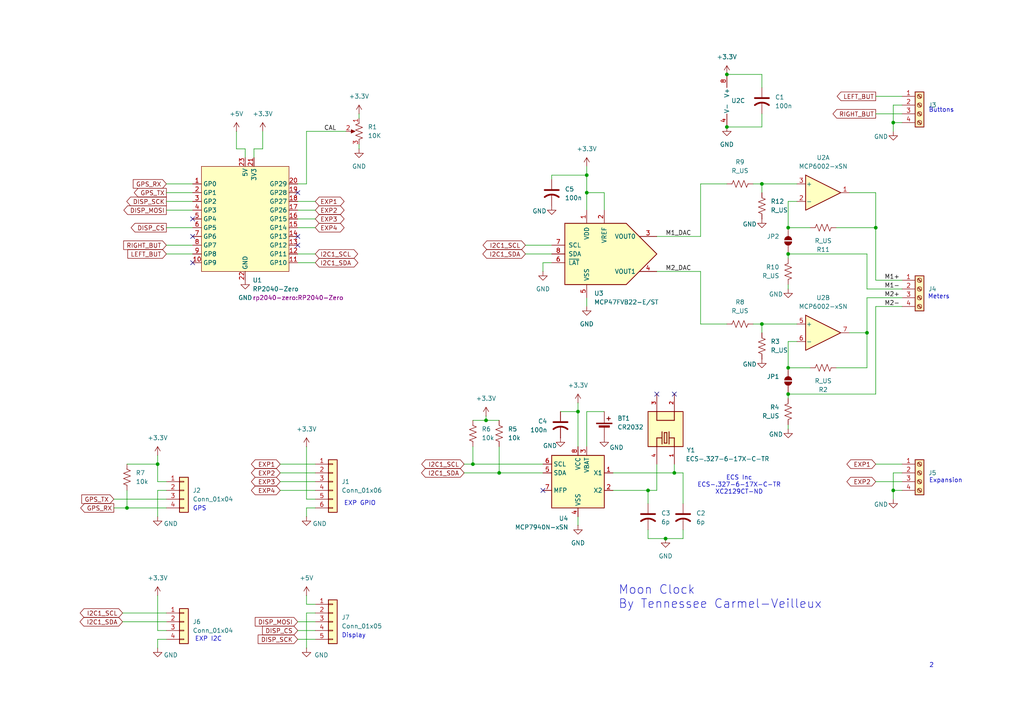
<source format=kicad_sch>
(kicad_sch (version 20250114) (generator "eeschema") (generator_version "9.0")
  (paper "A4")
  (lib_symbols
    (symbol "Amplifier_Operational:MCP6002-xSN" (pin_names (offset 0.127))
      (property "Reference" "U" (at 0 5.08 0))
      (property "Value" "MCP6002-xSN" (at 0 -5.08 0))
      (symbol "MCP6002-xSN_1_1"
        (polyline (pts (xy -5.08 5.08) (xy 5.08 0) (xy -5.08 -5.08) (xy -5.08 5.08)) (stroke (width 0.254)) (fill (type background)))
        (pin input line (at -7.62 2.54 0) (length 2.54) (name "+") (number "3"))
        (pin input line (at -7.62 -2.54 0) (length 2.54) (name "-") (number "2"))
        (pin output line (at 7.62 0 180) (length 2.54) (name "~") (number "1"))
      )
      (symbol "MCP6002-xSN_2_1"
        (polyline (pts (xy -5.08 5.08) (xy 5.08 0) (xy -5.08 -5.08) (xy -5.08 5.08)) (stroke (width 0.254)) (fill (type background)))
        (pin input line (at -7.62 2.54 0) (length 2.54) (name "+") (number "5"))
        (pin input line (at -7.62 -2.54 0) (length 2.54) (name "-") (number "6"))
        (pin output line (at 7.62 0 180) (length 2.54) (name "~") (number "7"))
      )
      (symbol "MCP6002-xSN_3_1"
        (pin power_in line (at -2.54 7.62 270) (length 3.81) (name "V+") (number "8"))
        (pin power_in line (at -2.54 -7.62 90) (length 3.81) (name "V-") (number "4"))
      )
    )
    (symbol "Connector:Screw_Terminal_01x04" (pin_names (offset 1.016) (hide yes))
      (property "Reference" "J" (at 0 5.08 0))
      (property "Value" "Screw_Terminal_01x04" (at 0 -7.62 0))
      (symbol "Screw_Terminal_01x04_1_1"
        (rectangle (start -1.27 3.81) (end 1.27 -6.35) (stroke (width 0.254)) (fill (type background)))
        (polyline (pts (xy -0.5334 2.8702) (xy 0.3302 2.032)) (stroke (width 0.1524)))
        (polyline (pts (xy -0.5334 0.3302) (xy 0.3302 -0.508)) (stroke (width 0.1524)))
        (polyline (pts (xy -0.5334 -2.2098) (xy 0.3302 -3.048)) (stroke (width 0.1524)))
        (polyline (pts (xy -0.5334 -4.7498) (xy 0.3302 -5.588)) (stroke (width 0.1524)))
        (polyline (pts (xy -0.3556 3.048) (xy 0.508 2.2098)) (stroke (width 0.1524)))
        (polyline (pts (xy -0.3556 0.508) (xy 0.508 -0.3302)) (stroke (width 0.1524)))
        (polyline (pts (xy -0.3556 -2.032) (xy 0.508 -2.8702)) (stroke (width 0.1524)))
        (polyline (pts (xy -0.3556 -4.572) (xy 0.508 -5.4102)) (stroke (width 0.1524)))
        (circle (center 0 2.54) (radius 0.635) (stroke (width 0.1524)))
        (circle (center 0 0) (radius 0.635) (stroke (width 0.1524)))
        (circle (center 0 -2.54) (radius 0.635) (stroke (width 0.1524)))
        (circle (center 0 -5.08) (radius 0.635) (stroke (width 0.1524)))
        (pin passive line (at -5.08 2.54 0) (length 3.81) (name "Pin_1") (number "1"))
        (pin passive line (at -5.08 0 0) (length 3.81) (name "Pin_2") (number "2"))
        (pin passive line (at -5.08 -2.54 0) (length 3.81) (name "Pin_3") (number "3"))
        (pin passive line (at -5.08 -5.08 0) (length 3.81) (name "Pin_4") (number "4"))
      )
    )
    (symbol "Connector_Generic:Conn_01x04" (pin_names (offset 1.016) (hide yes))
      (property "Reference" "J" (at 0 5.08 0))
      (property "Value" "Conn_01x04" (at 0 -7.62 0))
      (symbol "Conn_01x04_1_1"
        (rectangle (start -1.27 3.81) (end 1.27 -6.35) (stroke (width 0.254)) (fill (type background)))
        (rectangle (start -1.27 2.667) (end 0 2.413) (stroke (width 0.1524)))
        (rectangle (start -1.27 0.127) (end 0 -0.127) (stroke (width 0.1524)))
        (rectangle (start -1.27 -2.413) (end 0 -2.667) (stroke (width 0.1524)))
        (rectangle (start -1.27 -4.953) (end 0 -5.207) (stroke (width 0.1524)))
        (pin passive line (at -5.08 2.54 0) (length 3.81) (name "Pin_1") (number "1"))
        (pin passive line (at -5.08 0 0) (length 3.81) (name "Pin_2") (number "2"))
        (pin passive line (at -5.08 -2.54 0) (length 3.81) (name "Pin_3") (number "3"))
        (pin passive line (at -5.08 -5.08 0) (length 3.81) (name "Pin_4") (number "4"))
      )
    )
    (symbol "Connector_Generic:Conn_01x05" (pin_names (offset 1.016) (hide yes))
      (property "Reference" "J" (at 0 7.62 0))
      (property "Value" "Conn_01x05" (at 0 -7.62 0))
      (symbol "Conn_01x05_1_1"
        (rectangle (start -1.27 6.35) (end 1.27 -6.35) (stroke (width 0.254)) (fill (type background)))
        (rectangle (start -1.27 5.207) (end 0 4.953) (stroke (width 0.1524)))
        (rectangle (start -1.27 2.667) (end 0 2.413) (stroke (width 0.1524)))
        (rectangle (start -1.27 0.127) (end 0 -0.127) (stroke (width 0.1524)))
        (rectangle (start -1.27 -2.413) (end 0 -2.667) (stroke (width 0.1524)))
        (rectangle (start -1.27 -4.953) (end 0 -5.207) (stroke (width 0.1524)))
        (pin passive line (at -5.08 5.08 0) (length 3.81) (name "Pin_1") (number "1"))
        (pin passive line (at -5.08 2.54 0) (length 3.81) (name "Pin_2") (number "2"))
        (pin passive line (at -5.08 0 0) (length 3.81) (name "Pin_3") (number "3"))
        (pin passive line (at -5.08 -2.54 0) (length 3.81) (name "Pin_4") (number "4"))
        (pin passive line (at -5.08 -5.08 0) (length 3.81) (name "Pin_5") (number "5"))
      )
    )
    (symbol "Connector_Generic:Conn_01x06" (pin_names (offset 1.016) (hide yes))
      (property "Reference" "J" (at 0 7.62 0))
      (property "Value" "Conn_01x06" (at 0 -10.16 0))
      (symbol "Conn_01x06_1_1"
        (rectangle (start -1.27 6.35) (end 1.27 -8.89) (stroke (width 0.254)) (fill (type background)))
        (rectangle (start -1.27 5.207) (end 0 4.953) (stroke (width 0.1524)))
        (rectangle (start -1.27 2.667) (end 0 2.413) (stroke (width 0.1524)))
        (rectangle (start -1.27 0.127) (end 0 -0.127) (stroke (width 0.1524)))
        (rectangle (start -1.27 -2.413) (end 0 -2.667) (stroke (width 0.1524)))
        (rectangle (start -1.27 -4.953) (end 0 -5.207) (stroke (width 0.1524)))
        (rectangle (start -1.27 -7.493) (end 0 -7.747) (stroke (width 0.1524)))
        (pin passive line (at -5.08 5.08 0) (length 3.81) (name "Pin_1") (number "1"))
        (pin passive line (at -5.08 2.54 0) (length 3.81) (name "Pin_2") (number "2"))
        (pin passive line (at -5.08 0 0) (length 3.81) (name "Pin_3") (number "3"))
        (pin passive line (at -5.08 -2.54 0) (length 3.81) (name "Pin_4") (number "4"))
        (pin passive line (at -5.08 -5.08 0) (length 3.81) (name "Pin_5") (number "5"))
        (pin passive line (at -5.08 -7.62 0) (length 3.81) (name "Pin_6") (number "6"))
      )
    )
    (symbol "Device:Battery_Cell" (pin_numbers (hide yes)) (pin_names (offset 0) (hide yes))
      (property "Reference" "BT" (at 2.54 2.54 0))
      (property "Value" "Battery_Cell" (at 2.54 0 0))
      (symbol "Battery_Cell_0_1"
        (rectangle (start -2.286 1.778) (end 2.286 1.524) (fill (type outline)))
        (rectangle (start -1.524 1.016) (end 1.524 0.508) (fill (type outline)))
        (polyline (pts (xy 0 1.778) (xy 0 2.54)))
        (polyline (pts (xy 0 0.762) (xy 0 0)))
        (polyline (pts (xy 0.762 3.048) (xy 1.778 3.048)) (stroke (width 0.254)))
        (polyline (pts (xy 1.27 3.556) (xy 1.27 2.54)) (stroke (width 0.254)))
      )
      (symbol "Battery_Cell_1_1"
        (pin passive line (at 0 5.08 270) (length 2.54) (name "+") (number "1"))
        (pin passive line (at 0 -2.54 90) (length 2.54) (name "-") (number "2"))
      )
    )
    (symbol "Device:C_US" (pin_numbers (hide yes)) (pin_names (offset 0.254) (hide yes))
      (property "Reference" "C" (at 0.635 2.54 0))
      (property "Value" "C_US" (at 0.635 -2.54 0))
      (symbol "C_US_0_1"
        (polyline (pts (xy -2.032 0.762) (xy 2.032 0.762)) (stroke (width 0.508)))
        (arc (start -2.032 -1.27) (mid 0 -0.5572) (end 2.032 -1.27) (stroke (width 0.508)))
      )
      (symbol "C_US_1_1"
        (pin passive line (at 0 3.81 270) (length 2.794) (name "~") (number "1"))
        (pin passive line (at 0 -3.81 90) (length 3.302) (name "~") (number "2"))
      )
    )
    (symbol "Device:R_Potentiometer_US" (pin_names (offset 1.016) (hide yes))
      (property "Reference" "RV" (at -4.445 0 90))
      (property "Value" "R_Potentiometer_US" (at -2.54 0 90))
      (symbol "R_Potentiometer_US_0_1"
        (polyline (pts (xy 0 2.54) (xy 0 2.286)))
        (polyline (pts (xy 0 2.286) (xy 1.016 1.905) (xy 0 1.524) (xy -1.016 1.143) (xy 0 0.762)))
        (polyline (pts (xy 0 0.762) (xy 1.016 0.381) (xy 0 0) (xy -1.016 -0.381) (xy 0 -0.762)))
        (polyline (pts (xy 0 -0.762) (xy 1.016 -1.143) (xy 0 -1.524) (xy -1.016 -1.905) (xy 0 -2.286)))
        (polyline (pts (xy 0 -2.286) (xy 0 -2.54)))
        (polyline (pts (xy 1.143 0) (xy 2.286 0.508) (xy 2.286 -0.508) (xy 1.143 0)) (fill (type outline)))
        (polyline (pts (xy 2.54 0) (xy 1.524 0)))
      )
      (symbol "R_Potentiometer_US_1_1"
        (pin passive line (at 0 3.81 270) (length 1.27) (name "1") (number "1"))
        (pin passive line (at 0 -3.81 90) (length 1.27) (name "3") (number "3"))
        (pin passive line (at 3.81 0 180) (length 1.27) (name "2") (number "2"))
      )
    )
    (symbol "Device:R_US" (pin_numbers (hide yes)) (pin_names (offset 0))
      (property "Reference" "R" (at 2.54 0 90))
      (property "Value" "R_US" (at -2.54 0 90))
      (symbol "R_US_0_1"
        (polyline (pts (xy 0 2.286) (xy 0 2.54)))
        (polyline (pts (xy 0 2.286) (xy 1.016 1.905) (xy 0 1.524) (xy -1.016 1.143) (xy 0 0.762)))
        (polyline (pts (xy 0 0.762) (xy 1.016 0.381) (xy 0 0) (xy -1.016 -0.381) (xy 0 -0.762)))
        (polyline (pts (xy 0 -0.762) (xy 1.016 -1.143) (xy 0 -1.524) (xy -1.016 -1.905) (xy 0 -2.286)))
        (polyline (pts (xy 0 -2.286) (xy 0 -2.54)))
      )
      (symbol "R_US_1_1"
        (pin passive line (at 0 3.81 270) (length 1.27) (name "~") (number "1"))
        (pin passive line (at 0 -3.81 90) (length 1.27) (name "~") (number "2"))
      )
    )
    (symbol "ECS-XTAL-moonclock:ECS-.327-6-17X-C-TR" (pin_names (offset 1.016))
      (property "Reference" "Y" (at -5.0969 5.6066 0))
      (property "Value" "ECS-.327-6-17X-C-TR" (at -5.3446 -7.6351 0))
      (symbol "ECS-.327-6-17X-C-TR_0_0"
        (polyline (pts (xy -5.08 2.54) (xy -2.54 2.54)) (stroke (width 0.254)))
        (rectangle (start -5.08 -5.08) (end 5.08 5.08) (stroke (width 0.254)) (fill (type background)))
        (polyline (pts (xy -4.064 0.381) (xy -4.064 -0.381)) (stroke (width 0.254)))
        (polyline (pts (xy -4.064 -0.381) (xy -1.016 -0.381)) (stroke (width 0.254)))
        (polyline (pts (xy -2.54 2.54) (xy -2.54 1.016)) (stroke (width 0.254)))
        (polyline (pts (xy -2.54 -1.016) (xy -2.54 -2.54)) (stroke (width 0.254)))
        (polyline (pts (xy -2.54 -2.54) (xy -5.08 -2.54)) (stroke (width 0.254)))
        (polyline (pts (xy -1.016 0.381) (xy -4.064 0.381)) (stroke (width 0.254)))
        (polyline (pts (xy -1.016 -0.381) (xy -1.016 0.381)) (stroke (width 0.254)))
        (polyline (pts (xy -0.762 1.016) (xy -4.318 1.016)) (stroke (width 0.254)))
        (polyline (pts (xy -0.762 -1.016) (xy -4.318 -1.016)) (stroke (width 0.254)))
        (polyline (pts (xy 2.54 2.54) (xy 2.54 -2.54)) (stroke (width 0.254)))
        (polyline (pts (xy 2.54 2.54) (xy 5.08 2.54)) (stroke (width 0.254)))
        (polyline (pts (xy 2.54 -2.54) (xy 5.08 -2.54)) (stroke (width 0.254)))
        (pin passive line (at -10.16 2.54 0) (length 5.08) (name "~") (number "1"))
        (pin passive line (at -10.16 -2.54 0) (length 5.08) (name "~") (number "4"))
        (pin passive line (at 10.16 2.54 180) (length 5.08) (name "~") (number "2"))
        (pin passive line (at 10.16 -2.54 180) (length 5.08) (name "~") (number "3"))
      )
    )
    (symbol "Jumper:SolderJumper_2_Open" (pin_numbers (hide yes)) (pin_names (offset 0) (hide yes)) (in_bom no)
      (property "Reference" "JP" (at 0 2.032 0))
      (property "Value" "SolderJumper_2_Open" (at 0 -2.54 0))
      (symbol "SolderJumper_2_Open_0_1"
        (polyline (pts (xy -0.254 1.016) (xy -0.254 -1.016)))
        (arc (start -0.254 -1.016) (mid -1.2656 0) (end -0.254 1.016))
        (arc (start -0.254 -1.016) (mid -1.2656 0) (end -0.254 1.016) (fill (type outline)))
        (arc (start 0.254 1.016) (mid 1.2656 0) (end 0.254 -1.016))
        (arc (start 0.254 1.016) (mid 1.2656 0) (end 0.254 -1.016) (fill (type outline)))
        (polyline (pts (xy 0.254 1.016) (xy 0.254 -1.016)))
      )
      (symbol "SolderJumper_2_Open_1_1"
        (pin passive line (at -3.81 0 0) (length 2.54) (name "A") (number "1"))
        (pin passive line (at 3.81 0 180) (length 2.54) (name "B") (number "2"))
      )
    )
    (symbol "MCP47FVB22:MCP47FVB22" (pin_names (offset 1.016))
      (property "Reference" "U2" (at 3.048 -10.668 0))
      (property "Value" "MCP47FVB22-E/ST" (at 11.176 -12.7 0))
      (symbol "MCP47FVB22_0_1"
        (polyline (pts (xy -11.43 8.89) (xy 6.35 8.89) (xy 15.24 0) (xy 6.35 -8.89) (xy -11.43 -8.89) (xy -11.43 8.89)) (stroke (width 0.254)) (fill (type background)))
      )
      (symbol "MCP47FVB22_1_1"
        (pin input line (at -15.24 2.54 0) (length 3.81) (name "SCL") (number "7"))
        (pin bidirectional line (at -15.24 0 0) (length 3.81) (name "SDA") (number "8"))
        (pin input line (at -15.24 -2.54 0) (length 3.81) (name "~{LAT}") (number "6"))
        (pin power_in line (at -5.08 12.7 270) (length 3.81) (name "VDD") (number "1"))
        (pin power_in line (at -5.08 -12.7 90) (length 3.81) (name "VSS") (number "5"))
        (pin passive line (at 0 12.7 270) (length 3.81) (name "VREF") (number "2"))
        (pin passive line (at 15.24 5.08 180) (length 5.08) (name "VOUT0") (number "3"))
        (pin passive line (at 15.24 -5.08 180) (length 5.08) (name "VOUT1") (number "4"))
      )
    )
    (symbol "Timer_RTC:MCP7940N-xSN"
      (property "Reference" "U" (at -6.35 8.89 0))
      (property "Value" "MCP7940N-xSN" (at 11.43 8.89 0))
      (symbol "MCP7940N-xSN_0_1"
        (rectangle (start -7.62 7.62) (end 7.62 -7.62) (stroke (width 0.254)) (fill (type background)))
      )
      (symbol "MCP7940N-xSN_1_1"
        (pin input line (at -10.16 5.08 0) (length 2.54) (name "SCL") (number "6"))
        (pin bidirectional line (at -10.16 2.54 0) (length 2.54) (name "SDA") (number "5"))
        (pin open_collector line (at -10.16 -2.54 0) (length 2.54) (name "MFP") (number "7"))
        (pin power_in line (at 0 10.16 270) (length 2.54) (name "VCC") (number "8"))
        (pin power_in line (at 0 -10.16 90) (length 2.54) (name "VSS") (number "4"))
        (pin power_in line (at 2.54 10.16 270) (length 2.54) (name "VBAT") (number "3"))
        (pin input line (at 10.16 2.54 180) (length 2.54) (name "X1") (number "1"))
        (pin output line (at 10.16 -2.54 180) (length 2.54) (name "X2") (number "2"))
      )
    )
    (symbol "power:+3.3V" (power) (pin_numbers (hide yes)) (pin_names (offset 0) (hide yes))
      (property "Value" "+3.3V" (at 0 3.556 0))
      (symbol "+3.3V_0_1"
        (polyline (pts (xy -0.762 1.27) (xy 0 2.54)))
        (polyline (pts (xy 0 2.54) (xy 0.762 1.27)))
        (polyline (pts (xy 0 0) (xy 0 2.54)))
      )
      (symbol "+3.3V_1_1"
        (pin power_in line (at 0 0 90) (length 0) (name "~") (number "1"))
      )
    )
    (symbol "power:+5V" (power) (pin_numbers (hide yes)) (pin_names (offset 0) (hide yes))
      (property "Value" "+5V" (at 0 3.556 0))
      (symbol "+5V_0_1"
        (polyline (pts (xy -0.762 1.27) (xy 0 2.54)))
        (polyline (pts (xy 0 2.54) (xy 0.762 1.27)))
        (polyline (pts (xy 0 0) (xy 0 2.54)))
      )
      (symbol "+5V_1_1"
        (pin power_in line (at 0 0 90) (length 0) (name "~") (number "1"))
      )
    )
    (symbol "power:GND" (power) (pin_numbers (hide yes)) (pin_names (offset 0) (hide yes))
      (property "Value" "GND" (at 0 -3.81 0))
      (symbol "GND_0_1"
        (polyline (pts (xy 0 0) (xy 0 -1.27) (xy 1.27 -1.27) (xy 0 -2.54) (xy -1.27 -1.27) (xy 0 -1.27)))
      )
      (symbol "GND_1_1"
        (pin power_in line (at 0 0 270) (length 0) (name "~") (number "1"))
      )
    )
    (symbol "rp2040-zero:RP2040-Zero"
      (property "Reference" "RZ" (at 0 0 0))
      (property "Value" "RP2040-Zero" (at 0 -2.54 0))
      (property "Footprint" "rp2040-zero:RP2040-Zero" (at 15.494 -17.526 0))
      (symbol "RP2040-Zero_0_1"
        (rectangle (start -12.7 15.24) (end 12.7 -15.24) (fill (type background)))
      )
      (symbol "RP2040-Zero_1_1"
        (pin tri_state line (at -15.24 10.16 0) (length 2.54) (name "GP0") (number "1"))
        (pin tri_state line (at -15.24 7.62 0) (length 2.54) (name "GP1") (number "2"))
        (pin tri_state line (at -15.24 5.08 0) (length 2.54) (name "GP2") (number "3"))
        (pin tri_state line (at -15.24 2.54 0) (length 2.54) (name "GP3") (number "4"))
        (pin tri_state line (at -15.24 0 0) (length 2.54) (name "GP4") (number "5"))
        (pin tri_state line (at -15.24 -2.54 0) (length 2.54) (name "GP5") (number "6"))
        (pin tri_state line (at -15.24 -5.08 0) (length 2.54) (name "GP6") (number "7"))
        (pin tri_state line (at -15.24 -7.62 0) (length 2.54) (name "GP7") (number "8"))
        (pin tri_state line (at -15.24 -10.16 0) (length 2.54) (name "GP8") (number "9"))
        (pin tri_state line (at -15.24 -12.7 0) (length 2.54) (name "GP9") (number "10"))
        (pin power_out line (at 0 17.78 270) (length 2.54) (name "5V") (number "23"))
        (pin power_out line (at 0 -17.78 90) (length 2.54) (name "GND") (number "22"))
        (pin power_out line (at 2.54 17.78 270) (length 2.54) (name "3V3") (number "21"))
        (pin tri_state line (at 15.24 10.16 180) (length 2.54) (name "GP29") (number "20"))
        (pin tri_state line (at 15.24 7.62 180) (length 2.54) (name "GP28") (number "19"))
        (pin tri_state line (at 15.24 5.08 180) (length 2.54) (name "GP27") (number "18"))
        (pin tri_state line (at 15.24 2.54 180) (length 2.54) (name "GP26") (number "17"))
        (pin tri_state line (at 15.24 0 180) (length 2.54) (name "GP15") (number "16"))
        (pin tri_state line (at 15.24 -2.54 180) (length 2.54) (name "GP14") (number "15"))
        (pin tri_state line (at 15.24 -5.08 180) (length 2.54) (name "GP13") (number "14"))
        (pin tri_state line (at 15.24 -7.62 180) (length 2.54) (name "GP12") (number "13"))
        (pin tri_state line (at 15.24 -10.16 180) (length 2.54) (name "GP11") (number "12"))
        (pin tri_state line (at 15.24 -12.7 180) (length 2.54) (name "GP10") (number "11"))
      )
    )
  )
  (text "Buttons" (at 273.05 32.004 0) (effects (font (size 1.27 1.27))))
  (text "Display" (at 102.616 184.404 0) (effects (font (size 1.27 1.27))))
  (text "2" (at 269.494 193.04 0) (effects (font (size 1.27 1.27)) (justify left)))
  (text "ECS Inc\nECS-.327-6-17X-C-TR\nXC2129CT-ND" (at 214.376 140.716 0) (effects (font (size 1.27 1.27))))
  (text "EXP GPIO" (at 104.394 146.05 0) (effects (font (size 1.27 1.27))))
  (text "Moon Clock\nBy Tennessee Carmel-Veilleux" (at 179.324 173.228 0) (effects (font (size 2.54 2.54)) (justify left)))
  (text "Expansion" (at 274.32 139.446 0) (effects (font (size 1.27 1.27))))
  (text "GPS" (at 57.912 147.574 0) (effects (font (size 1.27 1.27))))
  (text "Meters\n" (at 272.288 86.106 0) (effects (font (size 1.27 1.27))))
  (text "EXP I2C" (at 60.452 185.42 0) (effects (font (size 1.27 1.27))))
  (junction (at 36.83 147.32))
  (junction (at 167.64 119.38))
  (junction (at 144.78 137.16))
  (junction (at 140.97 121.92))
  (junction (at 254 66.04))
  (junction (at 170.18 55.88))
  (junction (at 228.6 106.68))
  (junction (at 228.6 114.3))
  (junction (at 259.08 142.24))
  (junction (at 210.82 21.59))
  (junction (at 45.72 134.62))
  (junction (at 195.58 137.16))
  (junction (at 251.46 96.52))
  (junction (at 259.08 35.56))
  (junction (at 228.6 66.04))
  (junction (at 170.18 50.8))
  (junction (at 193.04 156.21))
  (junction (at 137.16 134.62))
  (junction (at 228.6 73.66))
  (junction (at 220.98 53.34))
  (junction (at 187.96 142.24))
  (junction (at 220.98 93.98))
  (junction (at 210.82 36.83))
  (no_connect (at 55.88 63.5))
  (no_connect (at 195.58 114.3))
  (no_connect (at 55.88 76.2))
  (no_connect (at 86.36 68.58))
  (no_connect (at 157.48 142.24))
  (no_connect (at 190.5 114.3))
  (no_connect (at 86.36 71.12))
  (no_connect (at 86.36 55.88))
  (no_connect (at 55.88 68.58))
  (wire (pts (xy 220.98 53.34) (xy 231.14 53.34)))
  (wire (pts (xy 104.14 41.91) (xy 104.14 43.18)))
  (wire (pts (xy 48.26 60.96) (xy 55.88 60.96)))
  (wire (pts (xy 88.9 53.34) (xy 86.36 53.34)))
  (wire (pts (xy 45.72 142.24) (xy 45.72 149.86)))
  (wire (pts (xy 91.44 144.78) (xy 88.9 144.78)))
  (wire (pts (xy 91.44 147.32) (xy 88.9 147.32)))
  (wire (pts (xy 91.44 177.8) (xy 88.9 177.8)))
  (wire (pts (xy 187.96 156.21) (xy 193.04 156.21)))
  (wire (pts (xy 137.16 134.62) (xy 157.48 134.62)))
  (wire (pts (xy 259.08 142.24) (xy 259.08 137.16)))
  (wire (pts (xy 91.44 58.42) (xy 86.36 58.42)))
  (wire (pts (xy 254 33.02) (xy 261.62 33.02)))
  (wire (pts (xy 134.62 134.62) (xy 137.16 134.62)))
  (wire (pts (xy 242.57 66.04) (xy 254 66.04)))
  (wire (pts (xy 88.9 129.54) (xy 88.9 144.78)))
  (wire (pts (xy 48.26 73.66) (xy 55.88 73.66)))
  (wire (pts (xy 203.2 68.58) (xy 203.2 53.34)))
  (wire (pts (xy 81.28 139.7) (xy 91.44 139.7)))
  (wire (pts (xy 261.62 142.24) (xy 259.08 142.24)))
  (wire (pts (xy 220.98 21.59) (xy 220.98 25.4)))
  (wire (pts (xy 195.58 134.62) (xy 195.58 137.16)))
  (wire (pts (xy 195.58 137.16) (xy 198.12 137.16)))
  (wire (pts (xy 160.02 76.2) (xy 157.48 76.2)))
  (wire (pts (xy 33.02 144.78) (xy 48.26 144.78)))
  (wire (pts (xy 134.62 137.16) (xy 144.78 137.16)))
  (wire (pts (xy 259.08 137.16) (xy 261.62 137.16)))
  (wire (pts (xy 91.44 66.04) (xy 86.36 66.04)))
  (wire (pts (xy 48.26 147.32) (xy 36.83 147.32)))
  (wire (pts (xy 48.26 185.42) (xy 45.72 185.42)))
  (wire (pts (xy 218.44 93.98) (xy 220.98 93.98)))
  (wire (pts (xy 187.96 153.67) (xy 187.96 156.21)))
  (wire (pts (xy 261.62 35.56) (xy 259.08 35.56)))
  (wire (pts (xy 251.46 73.66) (xy 228.6 73.66)))
  (wire (pts (xy 81.28 134.62) (xy 91.44 134.62)))
  (wire (pts (xy 228.6 74.93) (xy 228.6 73.66)))
  (wire (pts (xy 170.18 119.38) (xy 170.18 129.54)))
  (wire (pts (xy 88.9 175.26) (xy 88.9 172.72)))
  (wire (pts (xy 254 139.7) (xy 261.62 139.7)))
  (wire (pts (xy 73.66 43.18) (xy 76.2 43.18)))
  (wire (pts (xy 259.08 35.56) (xy 259.08 38.1)))
  (wire (pts (xy 88.9 38.1) (xy 88.9 53.34)))
  (wire (pts (xy 48.26 142.24) (xy 45.72 142.24)))
  (wire (pts (xy 259.08 30.48) (xy 261.62 30.48)))
  (wire (pts (xy 261.62 83.82) (xy 251.46 83.82)))
  (wire (pts (xy 48.26 182.88) (xy 45.72 182.88)))
  (wire (pts (xy 36.83 134.62) (xy 45.72 134.62)))
  (wire (pts (xy 251.46 96.52) (xy 251.46 86.36)))
  (wire (pts (xy 162.56 119.38) (xy 167.64 119.38)))
  (wire (pts (xy 203.2 93.98) (xy 210.82 93.98)))
  (wire (pts (xy 246.38 96.52) (xy 251.46 96.52)))
  (wire (pts (xy 170.18 50.8) (xy 170.18 55.88)))
  (wire (pts (xy 68.58 43.18) (xy 71.12 43.18)))
  (wire (pts (xy 140.97 120.65) (xy 140.97 121.92)))
  (wire (pts (xy 91.44 73.66) (xy 86.36 73.66)))
  (wire (pts (xy 140.97 121.92) (xy 137.16 121.92)))
  (wire (pts (xy 144.78 137.16) (xy 157.48 137.16)))
  (wire (pts (xy 100.33 38.1) (xy 88.9 38.1)))
  (wire (pts (xy 218.44 53.34) (xy 220.98 53.34)))
  (wire (pts (xy 175.26 60.96) (xy 175.26 55.88)))
  (wire (pts (xy 91.44 175.26) (xy 88.9 175.26)))
  (wire (pts (xy 254 88.9) (xy 261.62 88.9)))
  (wire (pts (xy 254 114.3) (xy 228.6 114.3)))
  (wire (pts (xy 198.12 156.21) (xy 193.04 156.21)))
  (wire (pts (xy 170.18 55.88) (xy 175.26 55.88)))
  (wire (pts (xy 259.08 142.24) (xy 259.08 144.78)))
  (wire (pts (xy 220.98 36.83) (xy 220.98 33.02)))
  (wire (pts (xy 242.57 106.68) (xy 251.46 106.68)))
  (wire (pts (xy 48.26 53.34) (xy 55.88 53.34)))
  (wire (pts (xy 157.48 76.2) (xy 157.48 78.74)))
  (wire (pts (xy 228.6 82.55) (xy 228.6 83.82)))
  (wire (pts (xy 203.2 53.34) (xy 210.82 53.34)))
  (wire (pts (xy 254 134.62) (xy 261.62 134.62)))
  (wire (pts (xy 81.28 137.16) (xy 91.44 137.16)))
  (wire (pts (xy 228.6 58.42) (xy 228.6 66.04)))
  (wire (pts (xy 203.2 78.74) (xy 203.2 93.98)))
  (wire (pts (xy 86.36 182.88) (xy 91.44 182.88)))
  (wire (pts (xy 187.96 142.24) (xy 187.96 146.05)))
  (wire (pts (xy 45.72 134.62) (xy 45.72 132.08)))
  (wire (pts (xy 104.14 33.02) (xy 104.14 34.29)))
  (wire (pts (xy 251.46 106.68) (xy 251.46 96.52)))
  (wire (pts (xy 231.14 58.42) (xy 228.6 58.42)))
  (wire (pts (xy 76.2 38.1) (xy 76.2 43.18)))
  (wire (pts (xy 86.36 185.42) (xy 91.44 185.42)))
  (wire (pts (xy 220.98 53.34) (xy 220.98 55.88)))
  (wire (pts (xy 190.5 68.58) (xy 203.2 68.58)))
  (wire (pts (xy 86.36 180.34) (xy 91.44 180.34)))
  (wire (pts (xy 33.02 147.32) (xy 36.83 147.32)))
  (wire (pts (xy 190.5 78.74) (xy 203.2 78.74)))
  (wire (pts (xy 144.78 121.92) (xy 140.97 121.92)))
  (wire (pts (xy 220.98 93.98) (xy 220.98 96.52)))
  (wire (pts (xy 73.66 45.72) (xy 73.66 43.18)))
  (wire (pts (xy 254 81.28) (xy 261.62 81.28)))
  (wire (pts (xy 170.18 55.88) (xy 170.18 60.96)))
  (wire (pts (xy 48.26 58.42) (xy 55.88 58.42)))
  (wire (pts (xy 170.18 48.26) (xy 170.18 50.8)))
  (wire (pts (xy 198.12 137.16) (xy 198.12 146.05)))
  (wire (pts (xy 167.64 119.38) (xy 167.64 129.54)))
  (wire (pts (xy 187.96 142.24) (xy 190.5 142.24)))
  (wire (pts (xy 177.8 142.24) (xy 187.96 142.24)))
  (wire (pts (xy 48.26 71.12) (xy 55.88 71.12)))
  (wire (pts (xy 170.18 86.36) (xy 170.18 88.9)))
  (wire (pts (xy 160.02 50.8) (xy 170.18 50.8)))
  (wire (pts (xy 228.6 106.68) (xy 234.95 106.68)))
  (wire (pts (xy 228.6 66.04) (xy 234.95 66.04)))
  (wire (pts (xy 48.26 55.88) (xy 55.88 55.88)))
  (wire (pts (xy 251.46 83.82) (xy 251.46 73.66)))
  (wire (pts (xy 48.26 66.04) (xy 55.88 66.04)))
  (wire (pts (xy 88.9 177.8) (xy 88.9 187.96)))
  (wire (pts (xy 71.12 43.18) (xy 71.12 45.72)))
  (wire (pts (xy 152.4 71.12) (xy 160.02 71.12)))
  (wire (pts (xy 86.36 63.5) (xy 91.44 63.5)))
  (wire (pts (xy 48.26 139.7) (xy 45.72 139.7)))
  (wire (pts (xy 175.26 119.38) (xy 170.18 119.38)))
  (wire (pts (xy 228.6 99.06) (xy 228.6 106.68)))
  (wire (pts (xy 254 55.88) (xy 246.38 55.88)))
  (wire (pts (xy 91.44 76.2) (xy 86.36 76.2)))
  (wire (pts (xy 45.72 172.72) (xy 45.72 182.88)))
  (wire (pts (xy 137.16 129.54) (xy 137.16 134.62)))
  (wire (pts (xy 177.8 137.16) (xy 195.58 137.16)))
  (wire (pts (xy 198.12 153.67) (xy 198.12 156.21)))
  (wire (pts (xy 254 27.94) (xy 261.62 27.94)))
  (wire (pts (xy 254 81.28) (xy 254 66.04)))
  (wire (pts (xy 81.28 142.24) (xy 91.44 142.24)))
  (wire (pts (xy 210.82 21.59) (xy 220.98 21.59)))
  (wire (pts (xy 91.44 60.96) (xy 86.36 60.96)))
  (wire (pts (xy 152.4 73.66) (xy 160.02 73.66)))
  (wire (pts (xy 228.6 115.57) (xy 228.6 114.3)))
  (wire (pts (xy 160.02 50.8) (xy 160.02 52.07)))
  (wire (pts (xy 254 66.04) (xy 254 55.88)))
  (wire (pts (xy 254 88.9) (xy 254 114.3)))
  (wire (pts (xy 45.72 185.42) (xy 45.72 187.96)))
  (wire (pts (xy 220.98 93.98) (xy 231.14 93.98)))
  (wire (pts (xy 231.14 99.06) (xy 228.6 99.06)))
  (wire (pts (xy 144.78 129.54) (xy 144.78 137.16)))
  (wire (pts (xy 167.64 116.84) (xy 167.64 119.38)))
  (wire (pts (xy 210.82 36.83) (xy 220.98 36.83)))
  (wire (pts (xy 259.08 35.56) (xy 259.08 30.48)))
  (wire (pts (xy 68.58 38.1) (xy 68.58 43.18)))
  (wire (pts (xy 88.9 147.32) (xy 88.9 149.86)))
  (wire (pts (xy 167.64 149.86) (xy 167.64 152.4)))
  (wire (pts (xy 35.56 177.8) (xy 48.26 177.8)))
  (wire (pts (xy 45.72 139.7) (xy 45.72 134.62)))
  (wire (pts (xy 251.46 86.36) (xy 261.62 86.36)))
  (wire (pts (xy 36.83 147.32) (xy 36.83 142.24)))
  (wire (pts (xy 35.56 180.34) (xy 48.26 180.34)))
  (wire (pts (xy 228.6 123.19) (xy 228.6 124.46)))
  (wire (pts (xy 190.5 134.62) (xy 190.5 142.24)))
  (label "CAL" (at 93.98 38.1 0))
  (label "M2+" (at 256.54 86.36 0))
  (label "M2_DAC" (at 193.04 78.74 0))
  (label "M1_DAC" (at 193.04 68.58 0))
  (label "M2-" (at 256.54 88.9 0))
  (label "M1-" (at 256.54 83.82 0))
  (label "M1+" (at 256.54 81.28 0))
  (global_label "EXP2" (shape bidirectional) (at 254 139.7 180) (property "Intersheetrefs" "${INTERSHEET_REFS}" (effects (hide yes))))
  (global_label "DISP_MOSI" (shape output) (at 48.26 60.96 180) (property "Intersheetrefs" "${INTERSHEET_REFS}" (effects (hide yes))))
  (global_label "I2C1_SCL" (shape bidirectional) (at 91.44 73.66 0) (property "Intersheetrefs" "${INTERSHEET_REFS}" (effects (hide yes))))
  (global_label "LEFT_BUT" (shape output) (at 254 27.94 180) (property "Intersheetrefs" "${INTERSHEET_REFS}" (effects (hide yes))))
  (global_label "EXP3" (shape bidirectional) (at 81.28 139.7 180) (property "Intersheetrefs" "${INTERSHEET_REFS}" (effects (hide yes))))
  (global_label "DISP_SCK" (shape output) (at 48.26 58.42 180) (property "Intersheetrefs" "${INTERSHEET_REFS}" (effects (hide yes))))
  (global_label "EXP2" (shape bidirectional) (at 81.28 137.16 180) (property "Intersheetrefs" "${INTERSHEET_REFS}" (effects (hide yes))))
  (global_label "GPS_TX" (shape input) (at 33.02 144.78 180) (property "Intersheetrefs" "${INTERSHEET_REFS}" (effects (hide yes))))
  (global_label "RIGHT_BUT" (shape input) (at 48.26 71.12 180) (property "Intersheetrefs" "${INTERSHEET_REFS}" (effects (hide yes))))
  (global_label "I2C1_SDA" (shape bidirectional) (at 134.62 137.16 180) (property "Intersheetrefs" "${INTERSHEET_REFS}" (effects (hide yes))))
  (global_label "EXP4" (shape bidirectional) (at 91.44 66.04 0) (property "Intersheetrefs" "${INTERSHEET_REFS}" (effects (hide yes))))
  (global_label "I2C1_SDA" (shape bidirectional) (at 152.4 73.66 180) (property "Intersheetrefs" "${INTERSHEET_REFS}" (effects (hide yes))))
  (global_label "I2C1_SCL" (shape bidirectional) (at 134.62 134.62 180) (property "Intersheetrefs" "${INTERSHEET_REFS}" (effects (hide yes))))
  (global_label "EXP1" (shape bidirectional) (at 91.44 58.42 0) (property "Intersheetrefs" "${INTERSHEET_REFS}" (effects (hide yes))))
  (global_label "GPS_TX" (shape output) (at 48.26 55.88 180) (property "Intersheetrefs" "${INTERSHEET_REFS}" (effects (hide yes))))
  (global_label "GPS_RX" (shape output) (at 33.02 147.32 180) (property "Intersheetrefs" "${INTERSHEET_REFS}" (effects (hide yes))))
  (global_label "DISP_SCK" (shape input) (at 86.36 185.42 180) (property "Intersheetrefs" "${INTERSHEET_REFS}" (effects (hide yes))))
  (global_label "DISP_CS" (shape input) (at 86.36 182.88 180) (property "Intersheetrefs" "${INTERSHEET_REFS}" (effects (hide yes))))
  (global_label "DISP_MOSI" (shape input) (at 86.36 180.34 180) (property "Intersheetrefs" "${INTERSHEET_REFS}" (effects (hide yes))))
  (global_label "I2C1_SCL" (shape bidirectional) (at 35.56 177.8 180) (property "Intersheetrefs" "${INTERSHEET_REFS}" (effects (hide yes))))
  (global_label "EXP2" (shape bidirectional) (at 91.44 60.96 0) (property "Intersheetrefs" "${INTERSHEET_REFS}" (effects (hide yes))))
  (global_label "EXP1" (shape bidirectional) (at 81.28 134.62 180) (property "Intersheetrefs" "${INTERSHEET_REFS}" (effects (hide yes))))
  (global_label "EXP1" (shape bidirectional) (at 254 134.62 180) (property "Intersheetrefs" "${INTERSHEET_REFS}" (effects (hide yes))))
  (global_label "DISP_CS" (shape output) (at 48.26 66.04 180) (property "Intersheetrefs" "${INTERSHEET_REFS}" (effects (hide yes))))
  (global_label "I2C1_SCL" (shape bidirectional) (at 152.4 71.12 180) (property "Intersheetrefs" "${INTERSHEET_REFS}" (effects (hide yes))))
  (global_label "I2C1_SDA" (shape bidirectional) (at 91.44 76.2 0) (property "Intersheetrefs" "${INTERSHEET_REFS}" (effects (hide yes))))
  (global_label "EXP4" (shape bidirectional) (at 81.28 142.24 180) (property "Intersheetrefs" "${INTERSHEET_REFS}" (effects (hide yes))))
  (global_label "LEFT_BUT" (shape input) (at 48.26 73.66 180) (property "Intersheetrefs" "${INTERSHEET_REFS}" (effects (hide yes))))
  (global_label "I2C1_SDA" (shape bidirectional) (at 35.56 180.34 180) (property "Intersheetrefs" "${INTERSHEET_REFS}" (effects (hide yes))))
  (global_label "GPS_RX" (shape input) (at 48.26 53.34 180) (property "Intersheetrefs" "${INTERSHEET_REFS}" (effects (hide yes))))
  (global_label "EXP3" (shape bidirectional) (at 91.44 63.5 0) (property "Intersheetrefs" "${INTERSHEET_REFS}" (effects (hide yes))))
  (global_label "RIGHT_BUT" (shape output) (at 254 33.02 180) (property "Intersheetrefs" "${INTERSHEET_REFS}" (effects (hide yes))))
  (symbol (lib_id "Device:R_US") (at 220.98 100.33 0) (unit 1)
    (property "Reference" "R3" (at 223.52 99.0599 0) (effects (justify left)))
    (property "Value" "R_US" (at 223.52 101.5999 0) (effects (justify left)))
    (property "Footprint" "Resistor_SMD:R_0805_2012Metric_Pad1.20x1.40mm_HandSolder" (effects (hide yes)))
    (property "Description" "Resistor, US symbol" (effects (hide yes)))
  )
  (symbol (lib_id "Device:C_US") (at 220.98 29.21 0) (unit 1)
    (property "Reference" "C1" (at 224.79 28.1939 0) (effects (justify left)))
    (property "Value" "100n" (at 224.79 30.7339 0) (effects (justify left)))
    (property "Footprint" "Capacitor_SMD:C_0805_2012Metric_Pad1.18x1.45mm_HandSolder" (effects (hide yes)))
    (property "Description" "capacitor, US symbol" (effects (hide yes)))
  )
  (symbol (lib_id "power:GND") (at 175.26 127 0) (unit 1)
    (property "Reference" "#PWR027" (effects (hide yes)))
    (property "Value" "GND" (at 178.816 129.794 0))
    (property "Description" "Power symbol creates a global label with name \"GND\" , ground" (effects (hide yes)))
  )
  (symbol (lib_id "power:GND") (at 157.48 78.74 0) (unit 1)
    (property "Reference" "#PWR08" (effects (hide yes)))
    (property "Value" "GND" (at 157.48 83.82 0))
    (property "Description" "Power symbol creates a global label with name \"GND\" , ground" (effects (hide yes)))
  )
  (symbol (lib_id "power:GND") (at 228.6 83.82 0) (unit 1)
    (property "Reference" "#PWR012" (effects (hide yes)))
    (property "Value" "GND" (at 225.044 85.344 0))
    (property "Description" "Power symbol creates a global label with name \"GND\" , ground" (effects (hide yes)))
  )
  (symbol (lib_id "Connector:Screw_Terminal_01x04") (at 266.7 137.16 0) (unit 1)
    (property "Reference" "J5" (at 269.24 137.1599 0) (effects (justify left)))
    (property "Value" "Screw_Terminal_01x04" (effects (hide yes)))
    (property "Footprint" "TerminalBlock_Phoenix:TerminalBlock_Phoenix_MKDS-1,5-4-5.08_1x04_P5.08mm_Horizontal" (effects (hide yes)))
    (property "Description" "Generic screw terminal, single row, 01x04, script generated (kicad-library-utils/schlib/autogen/connector/)" (effects (hide yes)))
  )
  (symbol (lib_id "Device:R_US") (at 228.6 119.38 0) (mirror y) (unit 1)
    (property "Reference" "R4" (at 226.06 118.1099 0) (effects (justify left)))
    (property "Value" "R_US" (at 226.06 120.6499 0) (effects (justify left)))
    (property "Footprint" "Resistor_SMD:R_0805_2012Metric_Pad1.20x1.40mm_HandSolder" (effects (hide yes)))
    (property "Description" "Resistor, US symbol" (effects (hide yes)))
  )
  (symbol (lib_id "Connector:Screw_Terminal_01x04") (at 266.7 30.48 0) (unit 1)
    (property "Reference" "J3" (at 269.24 30.4799 0) (effects (justify left)))
    (property "Value" "Screw_Terminal_01x04" (effects (hide yes)))
    (property "Footprint" "TerminalBlock_Phoenix:TerminalBlock_Phoenix_MKDS-1,5-4-5.08_1x04_P5.08mm_Horizontal" (effects (hide yes)))
    (property "Description" "Generic screw terminal, single row, 01x04, script generated (kicad-library-utils/schlib/autogen/connector/)" (effects (hide yes)))
  )
  (symbol (lib_id "Device:C_US") (at 160.02 55.88 0) (unit 1)
    (property "Reference" "C5" (at 163.83 54.8639 0) (effects (justify left)))
    (property "Value" "100n" (at 163.83 57.4039 0) (effects (justify left)))
    (property "Footprint" "Capacitor_SMD:C_0805_2012Metric_Pad1.18x1.45mm_HandSolder" (effects (hide yes)))
    (property "Description" "capacitor, US symbol" (effects (hide yes)))
  )
  (symbol (lib_id "Device:R_US") (at 137.16 125.73 0) (unit 1)
    (property "Reference" "R6" (at 139.7 124.4599 0) (effects (justify left)))
    (property "Value" "10k" (at 139.7 126.9999 0) (effects (justify left)))
    (property "Footprint" "Resistor_SMD:R_0805_2012Metric_Pad1.20x1.40mm_HandSolder" (effects (hide yes)))
    (property "Description" "Resistor, US symbol" (effects (hide yes)))
  )
  (symbol (lib_id "power:GND") (at 259.08 38.1 0) (unit 1)
    (property "Reference" "#PWR017" (effects (hide yes)))
    (property "Value" "GND" (at 255.524 39.624 0))
    (property "Description" "Power symbol creates a global label with name \"GND\" , ground" (effects (hide yes)))
  )
  (symbol (lib_id "Amplifier_Operational:MCP6002-xSN") (at 238.76 96.52 0) (unit 2)
    (property "Reference" "U2" (at 238.76 86.36 0))
    (property "Value" "MCP6002-xSN" (at 238.76 88.9 0))
    (property "Footprint" "Package_SO:SOIC-8_3.9x4.9mm_P1.27mm" (effects (hide yes)))
    (property "Datasheet" "http://ww1.microchip.com/downloads/en/DeviceDoc/21733j.pdf" (effects (hide yes)))
    (property "Description" "1MHz, Low-Power Op Amp, SOIC-8" (effects (hide yes)))
  )
  (symbol (lib_id "Connector:Screw_Terminal_01x04") (at 266.7 83.82 0) (unit 1)
    (property "Reference" "J4" (at 269.24 83.8199 0) (effects (justify left)))
    (property "Value" "Screw_Terminal_01x04" (effects (hide yes)))
    (property "Footprint" "TerminalBlock_Phoenix:TerminalBlock_Phoenix_MKDS-1,5-4-5.08_1x04_P5.08mm_Horizontal" (effects (hide yes)))
    (property "Description" "Generic screw terminal, single row, 01x04, script generated (kicad-library-utils/schlib/autogen/connector/)" (effects (hide yes)))
  )
  (symbol (lib_id "Device:Battery_Cell") (at 175.26 124.46 0) (unit 1)
    (property "Reference" "BT1" (at 179.07 121.3484 0) (effects (justify left)))
    (property "Value" "CR2032" (at 179.07 123.8884 0) (effects (justify left)))
    (property "Footprint" "moonclock:BAT_BS-7" (effects (hide yes)))
    (property "Description" "Single-cell battery" (effects (hide yes)))
  )
  (symbol (lib_id "power:+3.3V") (at 76.2 38.1 0) (unit 1)
    (property "Reference" "#PWR024" (effects (hide yes)))
    (property "Value" "+3.3V" (at 76.2 33.02 0))
    (property "Description" "Power symbol creates a global label with name \"+3.3V\"" (effects (hide yes)))
  )
  (symbol (lib_id "power:GND") (at 259.08 144.78 0) (unit 1)
    (property "Reference" "#PWR011" (effects (hide yes)))
    (property "Value" "GND" (at 255.524 146.304 0))
    (property "Description" "Power symbol creates a global label with name \"GND\" , ground" (effects (hide yes)))
  )
  (symbol (lib_id "power:GND") (at 88.9 149.86 0) (mirror y) (unit 1)
    (property "Reference" "#PWR010" (effects (hide yes)))
    (property "Value" "GND" (at 92.71 151.892 0))
    (property "Description" "Power symbol creates a global label with name \"GND\" , ground" (effects (hide yes)))
  )
  (symbol (lib_id "power:+3.3V") (at 45.72 172.72 0) (mirror y) (unit 1)
    (property "Reference" "#PWR020" (effects (hide yes)))
    (property "Value" "+3.3V" (at 45.72 167.64 0))
    (property "Description" "Power symbol creates a global label with name \"+3.3V\"" (effects (hide yes)))
  )
  (symbol (lib_id "Jumper:SolderJumper_2_Open") (at 228.6 69.85 270) (mirror x) (unit 1) (in_bom no)
    (property "Reference" "JP2" (at 226.06 68.5799 90) (effects (justify right)))
    (property "Value" "SolderJumper_2_Open" (effects (hide yes)))
    (property "Footprint" "Jumper:SolderJumper-2_P1.3mm_Open_RoundedPad1.0x1.5mm" (effects (hide yes)))
    (property "Description" "Solder Jumper, 2-pole, open" (effects (hide yes)))
  )
  (symbol (lib_id "power:GND") (at 210.82 36.83 0) (unit 1)
    (property "Reference" "#PWR06" (effects (hide yes)))
    (property "Value" "GND" (at 210.82 41.91 0))
    (property "Description" "Power symbol creates a global label with name \"GND\" , ground" (effects (hide yes)))
  )
  (symbol (lib_id "Connector_Generic:Conn_01x05") (at 96.52 180.34 0) (unit 1)
    (property "Reference" "J7" (at 99.06 179.0699 0) (effects (justify left)))
    (property "Value" "Conn_01x05" (at 99.06 181.6099 0) (effects (justify left)))
    (property "Footprint" "Connector_PinHeader_2.54mm:PinHeader_1x05_P2.54mm_Vertical" (effects (hide yes)))
    (property "Description" "Generic connector, single row, 01x05, script generated (kicad-library-utils/schlib/autogen/connector/)" (effects (hide yes)))
  )
  (symbol (lib_id "power:+3.3V") (at 104.14 33.02 0) (unit 1)
    (property "Reference" "#PWR03" (effects (hide yes)))
    (property "Value" "+3.3V" (at 104.14 27.94 0))
    (property "Description" "Power symbol creates a global label with name \"+3.3V\"" (effects (hide yes)))
  )
  (symbol (lib_id "power:GND") (at 167.64 152.4 0) (unit 1)
    (property "Reference" "#PWR030" (effects (hide yes)))
    (property "Value" "GND" (at 167.64 157.48 0))
    (property "Description" "Power symbol creates a global label with name \"GND\" , ground" (effects (hide yes)))
  )
  (symbol (lib_id "power:GND") (at 88.9 187.96 0) (unit 1)
    (property "Reference" "#PWR05" (effects (hide yes)))
    (property "Value" "GND" (at 93.218 189.992 0))
    (property "Description" "Power symbol creates a global label with name \"GND\" , ground" (effects (hide yes)))
  )
  (symbol (lib_id "power:GND") (at 104.14 43.18 0) (unit 1)
    (property "Reference" "#PWR01" (effects (hide yes)))
    (property "Value" "GND" (at 104.14 48.26 0))
    (property "Description" "Power symbol creates a global label with name \"GND\" , ground" (effects (hide yes)))
  )
  (symbol (lib_id "power:+5V") (at 88.9 172.72 0) (unit 1)
    (property "Reference" "#PWR04" (effects (hide yes)))
    (property "Value" "+5V" (at 88.9 167.64 0))
    (property "Description" "Power symbol creates a global label with name \"+5V\"" (effects (hide yes)))
  )
  (symbol (lib_id "power:GND") (at 162.56 127 0) (unit 1)
    (property "Reference" "#PWR032" (effects (hide yes)))
    (property "Value" "GND" (at 159.512 129.286 0))
    (property "Description" "Power symbol creates a global label with name \"GND\" , ground" (effects (hide yes)))
  )
  (symbol (lib_id "Device:C_US") (at 187.96 149.86 0) (unit 1)
    (property "Reference" "C3" (at 191.77 148.8439 0) (effects (justify left)))
    (property "Value" "6p" (at 191.77 151.3839 0) (effects (justify left)))
    (property "Footprint" "Capacitor_SMD:C_0603_1608Metric_Pad1.08x0.95mm_HandSolder" (effects (hide yes)))
    (property "Description" "capacitor, US symbol" (effects (hide yes)))
  )
  (symbol (lib_id "MCP47FVB22:MCP47FVB22") (at 175.26 73.66 0) (unit 1)
    (property "Reference" "U3" (at 172.3233 85.09 0) (effects (justify left)))
    (property "Value" "MCP47FVB22-E/ST" (at 172.3233 87.63 0) (effects (justify left)))
    (property "Footprint" "Package_SO:TSSOP-8_4.4x3mm_P0.65mm" (effects (hide yes)))
    (property "Datasheet" "https://ww1.microchip.com/downloads/aemDocuments/documents/OTH/ProductDocuments/DataSheets/20005405A.pdf" (effects (hide yes)))
    (property "Description" "Dual 12-bit Digital to Analog Converter, I2C Interface, Internal Ref" (effects (hide yes)))
  )
  (symbol (lib_id "Device:R_US") (at 220.98 59.69 0) (unit 1)
    (property "Reference" "R12" (at 223.52 58.4199 0) (effects (justify left)))
    (property "Value" "R_US" (at 223.52 60.9599 0) (effects (justify left)))
    (property "Footprint" "Resistor_SMD:R_0805_2012Metric_Pad1.20x1.40mm_HandSolder" (effects (hide yes)))
    (property "Description" "Resistor, US symbol" (effects (hide yes)))
  )
  (symbol (lib_id "power:GND") (at 193.04 156.21 0) (unit 1)
    (property "Reference" "#PWR028" (effects (hide yes)))
    (property "Value" "GND" (at 193.04 161.29 0))
    (property "Description" "Power symbol creates a global label with name \"GND\" , ground" (effects (hide yes)))
  )
  (symbol (lib_id "power:GND") (at 220.98 63.5 0) (unit 1)
    (property "Reference" "#PWR015" (effects (hide yes)))
    (property "Value" "GND" (at 217.424 65.024 0))
    (property "Description" "Power symbol creates a global label with name \"GND\" , ground" (effects (hide yes)))
  )
  (symbol (lib_id "Connector_Generic:Conn_01x04") (at 53.34 142.24 0) (unit 1)
    (property "Reference" "J2" (at 55.88 142.2399 0) (effects (justify left)))
    (property "Value" "Conn_01x04" (at 55.88 144.7799 0) (effects (justify left)))
    (property "Footprint" "Connector_PinHeader_2.54mm:PinHeader_1x04_P2.54mm_Vertical" (effects (hide yes)))
    (property "Description" "Generic connector, single row, 01x04, script generated (kicad-library-utils/schlib/autogen/connector/)" (effects (hide yes)))
  )
  (symbol (lib_id "Device:C_US") (at 162.56 123.19 0) (mirror y) (unit 1)
    (property "Reference" "C4" (at 158.75 122.1739 0) (effects (justify left)))
    (property "Value" "100n" (at 158.75 124.7139 0) (effects (justify left)))
    (property "Footprint" "Capacitor_SMD:C_0805_2012Metric_Pad1.18x1.45mm_HandSolder" (effects (hide yes)))
    (property "Description" "capacitor, US symbol" (effects (hide yes)))
  )
  (symbol (lib_id "power:GND") (at 71.12 81.28 0) (unit 1)
    (property "Reference" "#PWR02" (effects (hide yes)))
    (property "Value" "GND" (at 71.12 86.36 0))
    (property "Description" "Power symbol creates a global label with name \"GND\" , ground" (effects (hide yes)))
  )
  (symbol (lib_id "Connector_Generic:Conn_01x06") (at 96.52 139.7 0) (unit 1)
    (property "Reference" "J1" (at 99.06 139.6999 0) (effects (justify left)))
    (property "Value" "Conn_01x06" (at 99.06 142.2399 0) (effects (justify left)))
    (property "Footprint" "Connector_PinHeader_2.54mm:PinHeader_1x06_P2.54mm_Vertical" (effects (hide yes)))
    (property "Description" "Generic connector, single row, 01x06, script generated (kicad-library-utils/schlib/autogen/connector/)" (effects (hide yes)))
  )
  (symbol (lib_id "Device:R_US") (at 238.76 66.04 90) (unit 1)
    (property "Reference" "R11" (at 238.76 72.39 90))
    (property "Value" "R_US" (at 238.76 69.85 90))
    (property "Footprint" "Resistor_SMD:R_0805_2012Metric_Pad1.20x1.40mm_HandSolder" (effects (hide yes)))
    (property "Description" "Resistor, US symbol" (effects (hide yes)))
  )
  (symbol (lib_id "power:+3.3V") (at 88.9 129.54 0) (mirror y) (unit 1)
    (property "Reference" "#PWR09" (effects (hide yes)))
    (property "Value" "+3.3V" (at 88.9 124.46 0))
    (property "Description" "Power symbol creates a global label with name \"+3.3V\"" (effects (hide yes)))
  )
  (symbol (lib_id "power:GND") (at 45.72 149.86 0) (mirror y) (unit 1)
    (property "Reference" "#PWR023" (effects (hide yes)))
    (property "Value" "GND" (at 49.53 151.892 0))
    (property "Description" "Power symbol creates a global label with name \"GND\" , ground" (effects (hide yes)))
  )
  (symbol (lib_id "power:GND") (at 220.98 104.14 0) (unit 1)
    (property "Reference" "#PWR014" (effects (hide yes)))
    (property "Value" "GND" (at 217.424 105.664 0))
    (property "Description" "Power symbol creates a global label with name \"GND\" , ground" (effects (hide yes)))
  )
  (symbol (lib_id "Connector_Generic:Conn_01x04") (at 53.34 180.34 0) (unit 1)
    (property "Reference" "J6" (at 55.88 180.3399 0) (effects (justify left)))
    (property "Value" "Conn_01x04" (at 55.88 182.8799 0) (effects (justify left)))
    (property "Footprint" "Connector_PinHeader_2.54mm:PinHeader_1x04_P2.54mm_Vertical" (effects (hide yes)))
    (property "Description" "Generic connector, single row, 01x04, script generated (kicad-library-utils/schlib/autogen/connector/)" (effects (hide yes)))
  )
  (symbol (lib_id "power:+3.3V") (at 45.72 132.08 0) (mirror y) (unit 1)
    (property "Reference" "#PWR022" (effects (hide yes)))
    (property "Value" "+3.3V" (at 45.72 127 0))
    (property "Description" "Power symbol creates a global label with name \"+3.3V\"" (effects (hide yes)))
  )
  (symbol (lib_id "Amplifier_Operational:MCP6002-xSN") (at 213.36 29.21 0) (unit 3)
    (property "Reference" "U2" (at 212.09 29.2099 0) (effects (justify left)))
    (property "Value" "MCP6002-xSN" (effects (hide yes)))
    (property "Footprint" "Package_SO:SOIC-8_3.9x4.9mm_P1.27mm" (effects (hide yes)))
    (property "Datasheet" "http://ww1.microchip.com/downloads/en/DeviceDoc/21733j.pdf" (effects (hide yes)))
    (property "Description" "1MHz, Low-Power Op Amp, SOIC-8" (effects (hide yes)))
  )
  (symbol (lib_id "Device:R_US") (at 36.83 138.43 0) (unit 1)
    (property "Reference" "R7" (at 39.37 137.1599 0) (effects (justify left)))
    (property "Value" "10k" (at 39.37 139.6999 0) (effects (justify left)))
    (property "Footprint" "Resistor_SMD:R_0805_2012Metric_Pad1.20x1.40mm_HandSolder" (effects (hide yes)))
    (property "Description" "Resistor, US symbol" (effects (hide yes)))
  )
  (symbol (lib_id "power:+5V") (at 68.58 38.1 0) (unit 1)
    (property "Reference" "#PWR025" (effects (hide yes)))
    (property "Value" "+5V" (at 68.58 33.02 0))
    (property "Description" "Power symbol creates a global label with name \"+5V\"" (effects (hide yes)))
  )
  (symbol (lib_id "power:GND") (at 160.02 59.69 0) (unit 1)
    (property "Reference" "#PWR019" (effects (hide yes)))
    (property "Value" "GND" (at 156.464 61.214 0))
    (property "Description" "Power symbol creates a global label with name \"GND\" , ground" (effects (hide yes)))
  )
  (symbol (lib_id "Device:R_US") (at 238.76 106.68 90) (unit 1)
    (property "Reference" "R2" (at 238.76 113.03 90))
    (property "Value" "R_US" (at 238.76 110.49 90))
    (property "Footprint" "Resistor_SMD:R_0805_2012Metric_Pad1.20x1.40mm_HandSolder" (effects (hide yes)))
    (property "Description" "Resistor, US symbol" (effects (hide yes)))
  )
  (symbol (lib_id "Device:C_US") (at 198.12 149.86 0) (unit 1)
    (property "Reference" "C2" (at 201.93 148.8439 0) (effects (justify left)))
    (property "Value" "6p" (at 201.93 151.3839 0) (effects (justify left)))
    (property "Footprint" "Capacitor_SMD:C_0603_1608Metric_Pad1.08x0.95mm_HandSolder" (effects (hide yes)))
    (property "Description" "capacitor, US symbol" (effects (hide yes)))
  )
  (symbol (lib_id "power:GND") (at 170.18 88.9 0) (unit 1)
    (property "Reference" "#PWR016" (effects (hide yes)))
    (property "Value" "GND" (at 170.18 93.98 0))
    (property "Description" "Power symbol creates a global label with name \"GND\" , ground" (effects (hide yes)))
  )
  (symbol (lib_id "Device:R_US") (at 144.78 125.73 0) (unit 1)
    (property "Reference" "R5" (at 147.32 124.4599 0) (effects (justify left)))
    (property "Value" "10k" (at 147.32 126.9999 0) (effects (justify left)))
    (property "Footprint" "Resistor_SMD:R_0805_2012Metric_Pad1.20x1.40mm_HandSolder" (effects (hide yes)))
    (property "Description" "Resistor, US symbol" (effects (hide yes)))
  )
  (symbol (lib_id "rp2040-zero:RP2040-Zero") (at 71.12 63.5 0) (unit 1)
    (property "Reference" "U1" (at 73.2633 81.28 0) (effects (justify left)))
    (property "Value" "RP2040-Zero" (at 73.2633 83.82 0) (effects (justify left)))
    (property "Footprint" "rp2040-zero:RP2040-Zero" (at 73.2633 86.36 0) (effects (justify left)))
  )
  (symbol (lib_id "power:GND") (at 228.6 124.46 0) (unit 1)
    (property "Reference" "#PWR013" (effects (hide yes)))
    (property "Value" "GND" (at 225.044 125.984 0))
    (property "Description" "Power symbol creates a global label with name \"GND\" , ground" (effects (hide yes)))
  )
  (symbol (lib_id "Device:R_US") (at 228.6 78.74 0) (mirror y) (unit 1)
    (property "Reference" "R10" (at 226.06 77.4699 0) (effects (justify left)))
    (property "Value" "R_US" (at 226.06 80.0099 0) (effects (justify left)))
    (property "Footprint" "Resistor_SMD:R_0805_2012Metric_Pad1.20x1.40mm_HandSolder" (effects (hide yes)))
    (property "Description" "Resistor, US symbol" (effects (hide yes)))
  )
  (symbol (lib_id "Device:R_US") (at 214.63 93.98 90) (unit 1)
    (property "Reference" "R8" (at 214.63 87.63 90))
    (property "Value" "R_US" (at 214.63 90.17 90))
    (property "Footprint" "Resistor_SMD:R_0805_2012Metric_Pad1.20x1.40mm_HandSolder" (effects (hide yes)))
    (property "Description" "Resistor, US symbol" (effects (hide yes)))
  )
  (symbol (lib_id "Timer_RTC:MCP7940N-xSN") (at 167.64 139.7 0) (unit 1)
    (property "Reference" "U4" (at 164.846 150.368 0) (effects (justify right)))
    (property "Value" "MCP7940N-xSN" (at 164.846 152.908 0) (effects (justify right)))
    (property "Footprint" "Package_SO:SOIC-8_3.9x4.9mm_P1.27mm" (effects (hide yes)))
    (property "Datasheet" "http://ww1.microchip.com/downloads/en/DeviceDoc/20005010F.pdf" (effects (hide yes)))
    (property "Description" "Real-Time Clock, I2C, Battery Backup, SOIC-8" (effects (hide yes)))
  )
  (symbol (lib_id "power:+3.3V") (at 210.82 21.59 0) (unit 1)
    (property "Reference" "#PWR07" (effects (hide yes)))
    (property "Value" "+3.3V" (at 210.82 16.51 0))
    (property "Description" "Power symbol creates a global label with name \"+3.3V\"" (effects (hide yes)))
  )
  (symbol (lib_id "Amplifier_Operational:MCP6002-xSN") (at 238.76 55.88 0) (unit 1)
    (property "Reference" "U2" (at 238.76 45.72 0))
    (property "Value" "MCP6002-xSN" (at 238.76 48.26 0))
    (property "Footprint" "Package_SO:SOIC-8_3.9x4.9mm_P1.27mm" (effects (hide yes)))
    (property "Datasheet" "http://ww1.microchip.com/downloads/en/DeviceDoc/21733j.pdf" (effects (hide yes)))
    (property "Description" "1MHz, Low-Power Op Amp, SOIC-8" (effects (hide yes)))
  )
  (symbol (lib_id "power:+3.3V") (at 140.97 120.65 0) (mirror y) (unit 1)
    (property "Reference" "#PWR029" (effects (hide yes)))
    (property "Value" "+3.3V" (at 140.97 115.57 0))
    (property "Description" "Power symbol creates a global label with name \"+3.3V\"" (effects (hide yes)))
  )
  (symbol (lib_id "power:+3.3V") (at 170.18 48.26 0) (unit 1)
    (property "Reference" "#PWR018" (effects (hide yes)))
    (property "Value" "+3.3V" (at 170.18 43.18 0))
    (property "Description" "Power symbol creates a global label with name \"+3.3V\"" (effects (hide yes)))
  )
  (symbol (lib_id "power:+3.3V") (at 167.64 116.84 0) (mirror y) (unit 1)
    (property "Reference" "#PWR031" (effects (hide yes)))
    (property "Value" "+3.3V" (at 167.64 111.76 0))
    (property "Description" "Power symbol creates a global label with name \"+3.3V\"" (effects (hide yes)))
  )
  (symbol (lib_id "Jumper:SolderJumper_2_Open") (at 228.6 110.49 270) (mirror x) (unit 1) (in_bom no)
    (property "Reference" "JP1" (at 226.06 109.2199 90) (effects (justify right)))
    (property "Value" "SolderJumper_2_Open" (effects (hide yes)))
    (property "Footprint" "Jumper:SolderJumper-2_P1.3mm_Open_RoundedPad1.0x1.5mm" (effects (hide yes)))
    (property "Description" "Solder Jumper, 2-pole, open" (effects (hide yes)))
  )
  (symbol (lib_id "power:GND") (at 45.72 187.96 0) (mirror y) (unit 1)
    (property "Reference" "#PWR021" (effects (hide yes)))
    (property "Value" "GND" (at 49.53 189.992 0))
    (property "Description" "Power symbol creates a global label with name \"GND\" , ground" (effects (hide yes)))
  )
  (symbol (lib_id "ECS-XTAL-moonclock:ECS-.327-6-17X-C-TR") (at 193.04 124.46 270) (mirror x) (unit 1)
    (property "Reference" "Y1" (at 199.136 130.556 90) (effects (justify left)))
    (property "Value" "ECS-.327-6-17X-C-TR" (at 198.882 133.096 90) (effects (justify left)))
    (property "Footprint" "moonclock:XTAL_ECS-.327-6-17X-C-TR" (effects (hide yes)))
    (property "PARTREV" "2016" (effects (hide yes)))
    (property "MANUFACTURER" "ECS Inc." (effects (hide yes)))
    (property "STANDARD" "Manufacturer Recommendation" (effects (hide yes)))
  )
  (symbol (lib_id "Device:R_Potentiometer_US") (at 104.14 38.1 0) (mirror y) (unit 1)
    (property "Reference" "R1" (at 106.68 36.8299 0) (effects (justify right)))
    (property "Value" "10K" (at 106.68 39.3699 0) (effects (justify right)))
    (property "Footprint" "Potentiometer_THT:Potentiometer_Bourns_3296W_Vertical" (effects (hide yes)))
    (property "Description" "Potentiometer, US symbol" (effects (hide yes)))
  )
  (symbol (lib_id "Device:R_US") (at 214.63 53.34 90) (unit 1)
    (property "Reference" "R9" (at 214.63 46.99 90))
    (property "Value" "R_US" (at 214.63 49.53 90))
    (property "Footprint" "Resistor_SMD:R_0805_2012Metric_Pad1.20x1.40mm_HandSolder" (effects (hide yes)))
    (property "Description" "Resistor, US symbol" (effects (hide yes)))
  )
)
</source>
